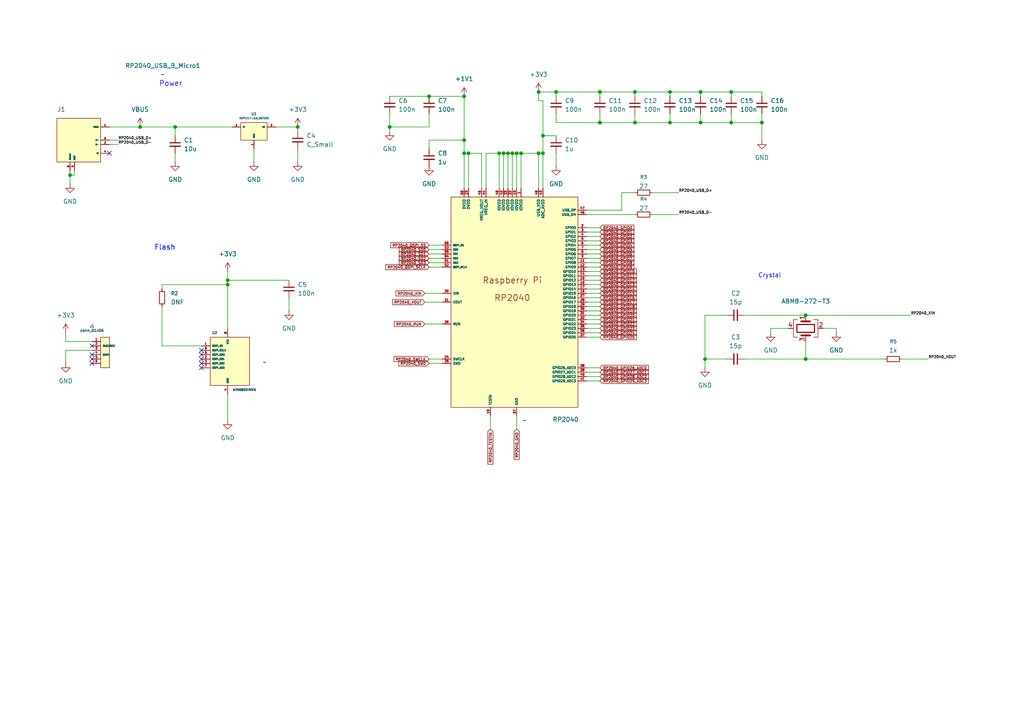
<source format=kicad_sch>
(kicad_sch (version 20250114) (generator "eeschema") (generator_version "9.0")
  (paper "A4")
  (title_block (title "RP2040 TO DEBUG PROBE") (rev "1.0") (company "(c) 2025 Júlia Azevedo") (comment 1 "Designed for Printed Circuits course"))
  (lib_symbols
    (symbol "Device:C_Small" (pin_numbers (hide yes)) (pin_names (offset 0.254) (hide yes))
      (property "Reference" "C" (at 0.254 1.778 0))
      (property "Value" "C_Small" (at 0.254 -2.032 0))
      (symbol "C_Small_0_1"
        (polyline (pts (xy -1.524 0.508) (xy 1.524 0.508)) (stroke (width 0.3048)))
        (polyline (pts (xy -1.524 -0.508) (xy 1.524 -0.508)) (stroke (width 0.3302)))
      )
      (symbol "C_Small_1_1"
        (pin passive line (at 0 2.54 270) (length 2.032) (name "~") (number "1"))
        (pin passive line (at 0 -2.54 90) (length 2.032) (name "~") (number "2"))
      )
    )
    (symbol "Device:Crystal_GND24" (pin_names (offset 1.016) (hide yes))
      (property "Reference" "Y" (at 3.175 5.08 0))
      (property "Value" "Crystal_GND24" (at 3.175 3.175 0))
      (symbol "Crystal_GND24_0_1"
        (polyline (pts (xy -2.54 2.286) (xy -2.54 3.556) (xy 2.54 3.556) (xy 2.54 2.286)))
        (polyline (pts (xy -2.54 0) (xy -2.032 0)))
        (polyline (pts (xy -2.54 -2.286) (xy -2.54 -3.556) (xy 2.54 -3.556) (xy 2.54 -2.286)))
        (polyline (pts (xy -2.032 -1.27) (xy -2.032 1.27)) (stroke (width 0.508)))
        (rectangle (start -1.143 2.54) (end 1.143 -2.54) (stroke (width 0.3048)))
        (polyline (pts (xy 0 3.556) (xy 0 3.81)))
        (polyline (pts (xy 0 -3.81) (xy 0 -3.556)))
        (polyline (pts (xy 2.032 0) (xy 2.54 0)))
        (polyline (pts (xy 2.032 -1.27) (xy 2.032 1.27)) (stroke (width 0.508)))
      )
      (symbol "Crystal_GND24_1_1"
        (pin passive line (at -3.81 0 0) (length 1.27) (name "1") (number "1"))
        (pin passive line (at 0 5.08 270) (length 1.27) (name "2") (number "2"))
        (pin passive line (at 0 -5.08 90) (length 1.27) (name "4") (number "4"))
        (pin passive line (at 3.81 0 180) (length 1.27) (name "3") (number "3"))
      )
    )
    (symbol "Device:R_Small" (pin_numbers (hide yes)) (pin_names (offset 0.254) (hide yes))
      (property "Reference" "R" (at 0 0 90))
      (property "Value" "R_Small" (at 1.778 0 90))
      (symbol "R_Small_0_1"
        (rectangle (start -0.762 1.778) (end 0.762 -1.778) (stroke (width 0.2032)))
      )
      (symbol "R_Small_1_1"
        (pin passive line (at 0 2.54 270) (length 0.762) (name "~") (number "1"))
        (pin passive line (at 0 -2.54 90) (length 0.762) (name "~") (number "2"))
      )
    )
    (symbol "PROBE-SYMBOL-LIB:RP2040"
      (property "Reference" "RP2040" (at 10.16 -44.45 0))
      (symbol "RP2040_0_1"
        (rectangle (start -5.08 15.24) (end -5.08 15.24))
        (rectangle (start -5.08 15.24) (end -5.08 15.24))
      )
      (symbol "RP2040_1_1"
        (rectangle (start -15.24 39.37) (end 21.59 -21.59) (stroke (width 0) (color 132 0 0 1)) (fill (type background)))
        (text "Raspberry Pi\n" (at 2.54 15.24 0) (effects (font (size 1.778 1.778) (thickness 0.1588))))
        (text "RP2040" (at 2.54 10.16 0) (effects (font (size 1.778 1.778))))
        (pin bidirectional line (at -17.78 25.4 0) (length 2.54) (name "QSPI_SS") (number "56"))
        (pin bidirectional line (at -17.78 24.13 0) (length 2.54) (name "SD0") (number "53"))
        (pin bidirectional line (at -17.78 22.86 0) (length 2.54) (name "SD1") (number "55"))
        (pin bidirectional line (at -17.78 21.59 0) (length 2.54) (name "SD2") (number "54"))
        (pin bidirectional line (at -17.78 20.32 0) (length 2.54) (name "SD3") (number "51"))
        (pin bidirectional line (at -17.78 19.05 0) (length 2.54) (name "QSPI_SCLK") (number "52"))
        (pin bidirectional line (at -17.78 11.43 0) (length 2.54) (name "XIN") (number "20"))
        (pin bidirectional line (at -17.78 8.89 0) (length 2.54) (name "XOUT") (number "21"))
        (pin bidirectional line (at -17.78 2.54 0) (length 2.54) (name "RUN") (number "26"))
        (pin bidirectional line (at -17.78 -7.62 0) (length 2.54) (name "SWCLK") (number "24"))
        (pin bidirectional line (at -17.78 -8.89 0) (length 2.54) (name "SWD") (number "25"))
        (pin bidirectional line (at -11.43 41.91 270) (length 2.54) (name "DVDD") (number "50"))
        (pin bidirectional line (at -10.16 41.91 270) (length 2.54) (name "DVDD") (number "23"))
        (pin bidirectional line (at -6.35 41.91 270) (length 2.54) (name "VREG_VOUT") (number "45"))
        (pin bidirectional line (at -5.08 41.91 270) (length 2.54) (name "VREG_IN") (number "44"))
        (pin bidirectional line (at -3.81 -24.13 90) (length 2.54) (name "TESTN") (number "19"))
        (pin bidirectional line (at -1.27 41.91 270) (length 2.54) (name "IOVDD") (number "49"))
        (pin bidirectional line (at 0 41.91 270) (length 2.54) (name "IOVDD") (number "42"))
        (pin bidirectional line (at 1.27 41.91 270) (length 2.54) (name "IOVDD") (number "33"))
        (pin bidirectional line (at 2.54 41.91 270) (length 2.54) (name "IOVDD") (number "22"))
        (pin bidirectional line (at 3.81 41.91 270) (length 2.54) (name "IOVDD") (number "10"))
        (pin bidirectional line (at 3.81 -24.13 90) (length 2.54) (name "GND") (number "57"))
        (pin bidirectional line (at 5.08 41.91 270) (length 2.54) (name "IOVDD") (number "1"))
        (pin bidirectional line (at 10.16 41.91 270) (length 2.54) (name "USB_VDD") (number "48"))
        (pin bidirectional line (at 11.43 41.91 270) (length 2.54) (name "ADC_AVDD") (number "43"))
        (pin bidirectional line (at 24.13 35.56 180) (length 2.54) (name "USB_DP") (number "47"))
        (pin bidirectional line (at 24.13 34.29 180) (length 2.54) (name "USB_DM") (number "46"))
        (pin bidirectional line (at 24.13 30.48 180) (length 2.54) (name "GPIO0") (number "2"))
        (pin bidirectional line (at 24.13 29.21 180) (length 2.54) (name "GPIO1") (number "3"))
        (pin bidirectional line (at 24.13 27.94 180) (length 2.54) (name "GPIO2") (number "4"))
        (pin bidirectional line (at 24.13 26.67 180) (length 2.54) (name "GPIO3") (number "5"))
        (pin bidirectional line (at 24.13 25.4 180) (length 2.54) (name "GPIO4") (number "6"))
        (pin bidirectional line (at 24.13 24.13 180) (length 2.54) (name "GPIO5") (number "7"))
        (pin bidirectional line (at 24.13 22.86 180) (length 2.54) (name "GPIO6") (number "8"))
        (pin bidirectional line (at 24.13 21.59 180) (length 2.54) (name "GPIO7") (number "9"))
        (pin bidirectional line (at 24.13 20.32 180) (length 2.54) (name "GPIO8") (number "11"))
        (pin bidirectional line (at 24.13 19.05 180) (length 2.54) (name "GPIO9") (number "12"))
        (pin bidirectional line (at 24.13 17.78 180) (length 2.54) (name "GPIO10") (number "13"))
        (pin bidirectional line (at 24.13 16.51 180) (length 2.54) (name "GPIO11") (number "14"))
        (pin bidirectional line (at 24.13 15.24 180) (length 2.54) (name "GPIO12") (number "15"))
        (pin bidirectional line (at 24.13 13.97 180) (length 2.54) (name "GPIO13") (number "16"))
        (pin bidirectional line (at 24.13 12.7 180) (length 2.54) (name "GPIO14") (number "17"))
        (pin bidirectional line (at 24.13 11.43 180) (length 2.54) (name "GPIO15") (number "16"))
        (pin bidirectional line (at 24.13 10.16 180) (length 2.54) (name "GPIO16") (number "27"))
        (pin bidirectional line (at 24.13 8.89 180) (length 2.54) (name "GPIO17") (number "28"))
        (pin bidirectional line (at 24.13 7.62 180) (length 2.54) (name "GPIO18") (number "29"))
        (pin bidirectional line (at 24.13 6.35 180) (length 2.54) (name "GPIO19") (number "30"))
        (pin bidirectional line (at 24.13 5.08 180) (length 2.54) (name "GPIO20") (number "31"))
        (pin bidirectional line (at 24.13 3.81 180) (length 2.54) (name "GPIO21") (number "32"))
        (pin bidirectional line (at 24.13 2.54 180) (length 2.54) (name "GPIO22") (number "34"))
        (pin bidirectional line (at 24.13 1.27 180) (length 2.54) (name "GPIO23") (number "35"))
        (pin bidirectional line (at 24.13 0 180) (length 2.54) (name "GPIO24") (number "36"))
        (pin bidirectional line (at 24.13 -1.27 180) (length 2.54) (name "GPIO25") (number "37"))
        (pin bidirectional line (at 24.13 -10.16 180) (length 2.54) (name "GPIO26_ADC0") (number "38"))
        (pin bidirectional line (at 24.13 -11.43 180) (length 2.54) (name "GPIO27_ADC1") (number "39"))
        (pin bidirectional line (at 24.13 -12.7 180) (length 2.54) (name "GPIO28_ADC2") (number "40"))
        (pin bidirectional line (at 24.13 -13.97 180) (length 2.54) (name "GPIO29_ADC3") (number "41"))
      )
    )
    (symbol "PROBE-SYMBOL-LIB:RP2040_Flash_MEM"
      (property "Reference" "Flash" (at -21.59 24.13 0))
      (symbol "RP2040_Flash_MEM_1_1"
        (rectangle (start -15.24 13.97) (end -12.7 5.08) (fill (type background)))
        (rectangle (start 16.51 13.97) (end 27.94 0) (fill (type background)))
        (text "J1\nconn_01x06" (at -17.78 16.51 0) (effects (font (size 0.762 0.762))))
        (text "U2" (at 17.78 15.24 0) (effects (font (size 0.7 0.7))))
        (text "W25Q80DVSSIG " (at 26.67 -1.27 0) (effects (font (size 0.6 0.6))))
        (pin bidirectional line (at -17.78 12.7 0) (length 2.54) (name "") (number "1"))
        (pin bidirectional line (at -17.78 11.43 0) (length 2.54) (name "SWCLOCK") (number "2"))
        (pin bidirectional line (at -17.78 10.16 0) (length 2.54) (name "") (number "3"))
        (pin bidirectional line (at -17.78 8.89 0) (length 2.54) (name "SWIO") (number "4"))
        (pin bidirectional line (at -17.78 7.62 0) (length 2.54) (name "") (number "5"))
        (pin bidirectional line (at -17.78 6.35 0) (length 2.54) (name "") (number "6"))
        (pin bidirectional line (at 13.97 11.43 0) (length 2.54) (name "QSPI_SS") (number "1"))
        (pin bidirectional line (at 13.97 10.16 0) (length 2.54) (name "QSPI_SCLK") (number "6"))
        (pin bidirectional line (at 13.97 8.89 0) (length 2.54) (name "QSPI_SDO") (number "5"))
        (pin bidirectional line (at 13.97 7.62 0) (length 2.54) (name "QSPI_SD1") (number "2"))
        (pin bidirectional line (at 13.97 6.35 0) (length 2.54) (name "QSPI_SD2") (number "3"))
        (pin bidirectional line (at 13.97 5.08 0) (length 2.54) (name "QSPI_SD3") (number "7"))
        (pin bidirectional line (at 21.59 16.51 270) (length 2.54) (name "VCC") (number "8"))
        (pin bidirectional line (at 21.59 -2.54 90) (length 2.54) (name "GND") (number "4"))
      )
    )
    (symbol "PROBE-SYMBOL-LIB:RP2040_Input_Supply"
      (property "Reference" "RP2040_USB_B_Micro" (at 11.43 11.43 0))
      (symbol "RP2040_Input_Supply_1_1"
        (rectangle (start -6.35 27.94) (end 6.35 15.24) (fill (type background)))
        (rectangle (start 46.99 26.67) (end 54.61 21.59) (fill (type background)))
        (text "J1" (at -5.08 30.48 0) (effects (font (size 1.27 1.27))))
        (text "Power\n" (at 26.67 38.1 0) (effects (font (size 1.5 1.5))))
        (text "U1" (at 50.8 29.21 0) (effects (font (size 0.75 0.75))))
        (text "NCP1117-3.3_SOT223" (at 50.8 27.94 0) (effects (font (size 0.5 0.5))))
        (pin bidirectional line (at -2.54 12.7 90) (length 2.54) (name "Shield") (number "6"))
        (pin bidirectional line (at -1.27 12.7 90) (length 2.54) (name "GND") (number "5"))
        (pin bidirectional line (at 8.89 25.4 180) (length 2.54) (name "VBUS") (number "1"))
        (pin bidirectional line (at 8.89 21.59 180) (length 2.54) (name "D+") (number "3"))
        (pin bidirectional line (at 8.89 20.32 180) (length 2.54) (name "D-") (number "2"))
        (pin bidirectional line (at 8.89 17.78 180) (length 2.54) (name "ID") (number "4"))
        (pin bidirectional line (at 44.45 25.4 0) (length 2.54) (name "VI") (number "3"))
        (pin bidirectional line (at 50.8 19.05 90) (length 2.54) (name "GND") (number "1"))
        (pin bidirectional line (at 57.15 25.4 180) (length 2.54) (name "VO") (number "2"))
      )
    )
    (symbol "power:+1V1" (power) (pin_numbers (hide yes)) (pin_names (offset 0) (hide yes))
      (property "Value" "+1V1" (at 0 3.556 0))
      (symbol "+1V1_0_1"
        (polyline (pts (xy -0.762 1.27) (xy 0 2.54)))
        (polyline (pts (xy 0 2.54) (xy 0.762 1.27)))
        (polyline (pts (xy 0 0) (xy 0 2.54)))
      )
      (symbol "+1V1_1_1"
        (pin power_in line (at 0 0 90) (length 0) (name "~") (number "1"))
      )
    )
    (symbol "power:+3V3" (power) (pin_numbers (hide yes)) (pin_names (offset 0) (hide yes))
      (property "Value" "+3V3" (at 0 3.556 0))
      (symbol "+3V3_0_1"
        (polyline (pts (xy -0.762 1.27) (xy 0 2.54)))
        (polyline (pts (xy 0 2.54) (xy 0.762 1.27)))
        (polyline (pts (xy 0 0) (xy 0 2.54)))
      )
      (symbol "+3V3_1_1"
        (pin power_in line (at 0 0 90) (length 0) (name "~") (number "1"))
      )
    )
    (symbol "power:GND" (power) (pin_numbers (hide yes)) (pin_names (offset 0) (hide yes))
      (property "Value" "GND" (at 0 -3.81 0))
      (symbol "GND_0_1"
        (polyline (pts (xy 0 0) (xy 0 -1.27) (xy 1.27 -1.27) (xy 0 -2.54) (xy -1.27 -1.27) (xy 0 -1.27)))
      )
      (symbol "GND_1_1"
        (pin power_in line (at 0 0 270) (length 0) (name "~") (number "1"))
      )
    )
    (symbol "power:VBUS" (power) (pin_numbers (hide yes)) (pin_names (offset 0) (hide yes))
      (property "Value" "VBUS" (at 0 3.556 0))
      (symbol "VBUS_0_1"
        (polyline (pts (xy -0.762 1.27) (xy 0 2.54)))
        (polyline (pts (xy 0 2.54) (xy 0.762 1.27)))
        (polyline (pts (xy 0 0) (xy 0 2.54)))
      )
      (symbol "VBUS_1_1"
        (pin power_in line (at 0 0 90) (length 0) (name "~") (number "1"))
      )
    )
  )
  (text "Crystal" (at 223.266 80.01 0) (effects (font (size 1.27 1.27))))
  (junction (at 233.68 91.44))
  (junction (at 203.2 26.67))
  (junction (at 66.04 82.55))
  (junction (at 86.36 36.83))
  (junction (at 233.68 104.14))
  (junction (at 156.21 26.67))
  (junction (at 212.09 35.56))
  (junction (at 147.32 44.45))
  (junction (at 173.99 35.56))
  (junction (at 151.13 44.45))
  (junction (at 194.31 26.67))
  (junction (at 124.46 27.94))
  (junction (at 156.21 44.45))
  (junction (at 144.78 44.45))
  (junction (at 194.31 35.56))
  (junction (at 184.15 35.56))
  (junction (at 135.89 44.45))
  (junction (at 149.86 44.45))
  (junction (at 184.15 26.67))
  (junction (at 113.03 36.83))
  (junction (at 157.48 39.37))
  (junction (at 173.99 26.67))
  (junction (at 66.04 81.28))
  (junction (at 134.62 27.94))
  (junction (at 220.98 35.56))
  (junction (at 20.32 50.8))
  (junction (at 157.48 44.45))
  (junction (at 148.59 44.45))
  (junction (at 203.2 35.56))
  (junction (at 134.62 40.64))
  (junction (at 146.05 44.45))
  (junction (at 212.09 26.67))
  (junction (at 134.62 44.45))
  (junction (at 40.64 36.83))
  (junction (at 161.29 26.67))
  (junction (at 204.47 104.14))
  (junction (at 50.8 36.83))
  (no_connect (at 26.67 102.87))
  (no_connect (at 58.42 106.68))
  (no_connect (at 58.42 101.6))
  (no_connect (at 58.42 105.41))
  (no_connect (at 26.67 100.33))
  (no_connect (at 31.75 44.45))
  (no_connect (at 58.42 104.14))
  (no_connect (at 26.67 104.14))
  (no_connect (at 58.42 102.87))
  (no_connect (at 26.67 105.41))
  (wire (pts (xy 50.8 36.83) (xy 67.31 36.83)))
  (wire (pts (xy 66.04 78.74) (xy 66.04 81.28)))
  (wire (pts (xy 170.18 71.12) (xy 173.99 71.12)))
  (wire (pts (xy 180.34 55.88) (xy 184.15 55.88)))
  (wire (pts (xy 184.15 26.67) (xy 194.31 26.67)))
  (wire (pts (xy 156.21 26.67) (xy 161.29 26.67)))
  (wire (pts (xy 124.46 36.83) (xy 113.03 36.83)))
  (wire (pts (xy 156.21 44.45) (xy 157.48 44.45)))
  (wire (pts (xy 233.68 99.06) (xy 233.68 104.14)))
  (wire (pts (xy 80.01 36.83) (xy 86.36 36.83)))
  (wire (pts (xy 149.86 120.65) (xy 149.86 124.46)))
  (wire (pts (xy 86.36 36.83) (xy 86.36 38.1)))
  (wire (pts (xy 228.6 95.25) (xy 223.52 95.25)))
  (wire (pts (xy 170.18 83.82) (xy 173.99 83.82)))
  (wire (pts (xy 46.99 100.33) (xy 58.42 100.33)))
  (wire (pts (xy 170.18 69.85) (xy 173.99 69.85)))
  (wire (pts (xy 170.18 66.04) (xy 173.99 66.04)))
  (wire (pts (xy 20.32 50.8) (xy 20.32 53.34)))
  (wire (pts (xy 170.18 88.9) (xy 173.99 88.9)))
  (wire (pts (xy 170.18 107.95) (xy 173.99 107.95)))
  (wire (pts (xy 157.48 29.21) (xy 157.48 39.37)))
  (wire (pts (xy 140.97 44.45) (xy 144.78 44.45)))
  (wire (pts (xy 26.67 101.6) (xy 19.05 101.6)))
  (wire (pts (xy 184.15 26.67) (xy 184.15 27.94)))
  (wire (pts (xy 161.29 35.56) (xy 173.99 35.56)))
  (wire (pts (xy 151.13 44.45) (xy 151.13 54.61)))
  (wire (pts (xy 261.62 104.14) (xy 269.24 104.14)))
  (wire (pts (xy 170.18 93.98) (xy 173.99 93.98)))
  (wire (pts (xy 194.31 35.56) (xy 203.2 35.56)))
  (wire (pts (xy 144.78 44.45) (xy 146.05 44.45)))
  (wire (pts (xy 124.46 43.18) (xy 124.46 40.64)))
  (wire (pts (xy 194.31 26.67) (xy 203.2 26.67)))
  (wire (pts (xy 170.18 82.55) (xy 173.99 82.55)))
  (wire (pts (xy 113.03 27.94) (xy 124.46 27.94)))
  (wire (pts (xy 123.19 87.63) (xy 128.27 87.63)))
  (wire (pts (xy 161.29 26.67) (xy 161.29 27.94)))
  (wire (pts (xy 170.18 91.44) (xy 173.99 91.44)))
  (wire (pts (xy 212.09 26.67) (xy 220.98 26.67)))
  (wire (pts (xy 215.9 104.14) (xy 233.68 104.14)))
  (wire (pts (xy 46.99 82.55) (xy 66.04 82.55)))
  (wire (pts (xy 212.09 26.67) (xy 212.09 27.94)))
  (wire (pts (xy 220.98 35.56) (xy 220.98 40.64)))
  (wire (pts (xy 124.46 71.12) (xy 128.27 71.12)))
  (wire (pts (xy 170.18 97.79) (xy 173.99 97.79)))
  (wire (pts (xy 86.36 43.18) (xy 86.36 46.99)))
  (wire (pts (xy 19.05 101.6) (xy 19.05 105.41)))
  (wire (pts (xy 184.15 33.02) (xy 184.15 35.56)))
  (wire (pts (xy 170.18 96.52) (xy 173.99 96.52)))
  (wire (pts (xy 31.75 41.91) (xy 34.29 41.91)))
  (wire (pts (xy 204.47 104.14) (xy 204.47 91.44)))
  (wire (pts (xy 180.34 60.96) (xy 180.34 55.88)))
  (wire (pts (xy 173.99 33.02) (xy 173.99 35.56)))
  (wire (pts (xy 215.9 91.44) (xy 233.68 91.44)))
  (wire (pts (xy 124.46 74.93) (xy 128.27 74.93)))
  (wire (pts (xy 135.89 54.61) (xy 135.89 44.45)))
  (wire (pts (xy 170.18 62.23) (xy 184.15 62.23)))
  (wire (pts (xy 170.18 92.71) (xy 173.99 92.71)))
  (wire (pts (xy 124.46 72.39) (xy 128.27 72.39)))
  (wire (pts (xy 124.46 104.14) (xy 128.27 104.14)))
  (wire (pts (xy 66.04 81.28) (xy 66.04 82.55)))
  (wire (pts (xy 148.59 44.45) (xy 149.86 44.45)))
  (wire (pts (xy 124.46 76.2) (xy 128.27 76.2)))
  (wire (pts (xy 223.52 95.25) (xy 223.52 96.52)))
  (wire (pts (xy 66.04 114.3) (xy 66.04 121.92)))
  (wire (pts (xy 170.18 81.28) (xy 173.99 81.28)))
  (wire (pts (xy 161.29 26.67) (xy 173.99 26.67)))
  (wire (pts (xy 46.99 83.82) (xy 46.99 82.55)))
  (wire (pts (xy 203.2 26.67) (xy 203.2 27.94)))
  (wire (pts (xy 170.18 67.31) (xy 173.99 67.31)))
  (wire (pts (xy 194.31 33.02) (xy 194.31 35.56)))
  (wire (pts (xy 157.48 39.37) (xy 157.48 44.45)))
  (wire (pts (xy 161.29 44.45) (xy 161.29 48.26)))
  (wire (pts (xy 184.15 35.56) (xy 194.31 35.56)))
  (wire (pts (xy 170.18 90.17) (xy 173.99 90.17)))
  (wire (pts (xy 83.82 86.36) (xy 83.82 90.17)))
  (wire (pts (xy 151.13 44.45) (xy 156.21 44.45)))
  (wire (pts (xy 212.09 33.02) (xy 212.09 35.56)))
  (wire (pts (xy 149.86 44.45) (xy 151.13 44.45)))
  (wire (pts (xy 123.19 85.09) (xy 128.27 85.09)))
  (wire (pts (xy 156.21 29.21) (xy 157.48 29.21)))
  (wire (pts (xy 157.48 39.37) (xy 161.29 39.37)))
  (wire (pts (xy 124.46 105.41) (xy 128.27 105.41)))
  (wire (pts (xy 50.8 39.37) (xy 50.8 36.83)))
  (wire (pts (xy 238.76 95.25) (xy 242.57 95.25)))
  (wire (pts (xy 140.97 54.61) (xy 140.97 44.45)))
  (wire (pts (xy 233.68 104.14) (xy 256.54 104.14)))
  (wire (pts (xy 66.04 82.55) (xy 66.04 95.25)))
  (wire (pts (xy 124.46 40.64) (xy 134.62 40.64)))
  (wire (pts (xy 170.18 106.68) (xy 173.99 106.68)))
  (wire (pts (xy 220.98 26.67) (xy 220.98 27.94)))
  (wire (pts (xy 173.99 35.56) (xy 184.15 35.56)))
  (wire (pts (xy 124.46 73.66) (xy 128.27 73.66)))
  (wire (pts (xy 170.18 80.01) (xy 173.99 80.01)))
  (wire (pts (xy 220.98 33.02) (xy 220.98 35.56)))
  (wire (pts (xy 170.18 72.39) (xy 173.99 72.39)))
  (wire (pts (xy 134.62 27.94) (xy 134.62 40.64)))
  (wire (pts (xy 170.18 85.09) (xy 173.99 85.09)))
  (wire (pts (xy 144.78 44.45) (xy 144.78 54.61)))
  (wire (pts (xy 204.47 106.68) (xy 204.47 104.14)))
  (wire (pts (xy 50.8 44.45) (xy 50.8 46.99)))
  (wire (pts (xy 170.18 86.36) (xy 173.99 86.36)))
  (wire (pts (xy 113.03 33.02) (xy 113.03 36.83)))
  (wire (pts (xy 134.62 44.45) (xy 134.62 54.61)))
  (wire (pts (xy 203.2 33.02) (xy 203.2 35.56)))
  (wire (pts (xy 242.57 95.25) (xy 242.57 96.52)))
  (wire (pts (xy 66.04 81.28) (xy 83.82 81.28)))
  (wire (pts (xy 156.21 26.67) (xy 156.21 29.21)))
  (wire (pts (xy 146.05 44.45) (xy 146.05 54.61)))
  (wire (pts (xy 31.75 36.83) (xy 40.64 36.83)))
  (wire (pts (xy 149.86 44.45) (xy 149.86 54.61)))
  (wire (pts (xy 170.18 95.25) (xy 173.99 95.25)))
  (wire (pts (xy 233.68 91.44) (xy 264.16 91.44)))
  (wire (pts (xy 124.46 77.47) (xy 128.27 77.47)))
  (wire (pts (xy 21.59 49.53) (xy 21.59 50.8)))
  (wire (pts (xy 40.64 36.83) (xy 50.8 36.83)))
  (wire (pts (xy 146.05 44.45) (xy 147.32 44.45)))
  (wire (pts (xy 73.66 43.18) (xy 73.66 46.99)))
  (wire (pts (xy 161.29 33.02) (xy 161.29 35.56)))
  (wire (pts (xy 134.62 40.64) (xy 134.62 44.45)))
  (wire (pts (xy 170.18 74.93) (xy 173.99 74.93)))
  (wire (pts (xy 147.32 44.45) (xy 147.32 54.61)))
  (wire (pts (xy 170.18 87.63) (xy 173.99 87.63)))
  (wire (pts (xy 139.7 54.61) (xy 139.7 44.45)))
  (wire (pts (xy 21.59 50.8) (xy 20.32 50.8)))
  (wire (pts (xy 26.67 99.06) (xy 19.05 99.06)))
  (wire (pts (xy 31.75 40.64) (xy 34.29 40.64)))
  (wire (pts (xy 194.31 26.67) (xy 194.31 27.94)))
  (wire (pts (xy 189.23 55.88) (xy 196.85 55.88)))
  (wire (pts (xy 124.46 27.94) (xy 134.62 27.94)))
  (wire (pts (xy 147.32 44.45) (xy 148.59 44.45)))
  (wire (pts (xy 19.05 99.06) (xy 19.05 96.52)))
  (wire (pts (xy 204.47 104.14) (xy 210.82 104.14)))
  (wire (pts (xy 124.46 33.02) (xy 124.46 36.83)))
  (wire (pts (xy 170.18 110.49) (xy 173.99 110.49)))
  (wire (pts (xy 170.18 60.96) (xy 180.34 60.96)))
  (wire (pts (xy 134.62 44.45) (xy 135.89 44.45)))
  (wire (pts (xy 170.18 78.74) (xy 173.99 78.74)))
  (wire (pts (xy 189.23 62.23) (xy 196.85 62.23)))
  (wire (pts (xy 170.18 68.58) (xy 173.99 68.58)))
  (wire (pts (xy 170.18 76.2) (xy 173.99 76.2)))
  (wire (pts (xy 170.18 73.66) (xy 173.99 73.66)))
  (wire (pts (xy 173.99 26.67) (xy 173.99 27.94)))
  (wire (pts (xy 20.32 49.53) (xy 20.32 50.8)))
  (wire (pts (xy 170.18 109.22) (xy 173.99 109.22)))
  (wire (pts (xy 203.2 26.67) (xy 212.09 26.67)))
  (wire (pts (xy 142.24 120.65) (xy 142.24 124.46)))
  (wire (pts (xy 46.99 88.9) (xy 46.99 100.33)))
  (wire (pts (xy 156.21 44.45) (xy 156.21 54.61)))
  (wire (pts (xy 204.47 91.44) (xy 210.82 91.44)))
  (wire (pts (xy 203.2 35.56) (xy 212.09 35.56)))
  (wire (pts (xy 113.03 36.83) (xy 113.03 38.1)))
  (wire (pts (xy 123.19 93.98) (xy 128.27 93.98)))
  (wire (pts (xy 148.59 44.45) (xy 148.59 54.61)))
  (wire (pts (xy 170.18 77.47) (xy 173.99 77.47)))
  (wire (pts (xy 135.89 44.45) (xy 139.7 44.45)))
  (wire (pts (xy 157.48 44.45) (xy 157.48 54.61)))
  (wire (pts (xy 173.99 26.67) (xy 184.15 26.67)))
  (wire (pts (xy 212.09 35.56) (xy 220.98 35.56)))
  (label "RP2040_USB_D-" (at 34.29 41.91 0) (effects (font (size 0.762 0.762))))
  (label "RP2040_USB_D+" (at 34.29 40.64 0) (effects (font (size 0.762 0.762))))
  (label "RP2040_USB_D+" (at 196.85 55.88 0) (effects (font (size 0.762 0.762))))
  (label "RP2040_XOUT" (at 269.24 104.14 0) (effects (font (size 0.762 0.762))))
  (label "RP2040_XIN" (at 264.16 91.44 0) (effects (font (size 0.762 0.762))))
  (label "RP2040_USB_D-" (at 196.85 62.23 0) (effects (font (size 0.762 0.762))))
  (global_label "RP2040_GPIO3" (shape input) (at 173.99 69.85 0) (effects (font (size 0.762 0.762))) (property "Intersheetrefs" "${INTERSHEET_REFS}" (effects (hide yes))))
  (global_label "RP2040_SWD" (shape input) (at 124.46 105.41 180) (effects (font (size 0.762 0.762))) (property "Intersheetrefs" "${INTERSHEET_REFS}" (effects (hide yes))))
  (global_label "RP2040_GPIO6" (shape input) (at 173.99 73.66 0) (effects (font (size 0.762 0.762))) (property "Intersheetrefs" "${INTERSHEET_REFS}" (effects (hide yes))))
  (global_label "RP2040_GPIO19" (shape input) (at 173.99 90.17 0) (effects (font (size 0.762 0.762))) (property "Intersheetrefs" "${INTERSHEET_REFS}" (effects (hide yes))))
  (global_label "RP2040_GPIO7" (shape input) (at 173.99 74.93 0) (effects (font (size 0.762 0.762))) (property "Intersheetrefs" "${INTERSHEET_REFS}" (effects (hide yes))))
  (global_label "RP2040_QSPI_SCLK" (shape input) (at 124.46 77.47 180) (effects (font (size 0.762 0.762))) (property "Intersheetrefs" "${INTERSHEET_REFS}" (effects (hide yes))))
  (global_label "RP2040_GPIO15" (shape input) (at 173.99 85.09 0) (effects (font (size 0.762 0.762))) (property "Intersheetrefs" "${INTERSHEET_REFS}" (effects (hide yes))))
  (global_label "RP2040_GPIO25" (shape input) (at 173.99 97.79 0) (effects (font (size 0.762 0.762))) (property "Intersheetrefs" "${INTERSHEET_REFS}" (effects (hide yes))))
  (global_label "RP2040_GPIO4" (shape input) (at 173.99 71.12 0) (effects (font (size 0.762 0.762))) (property "Intersheetrefs" "${INTERSHEET_REFS}" (effects (hide yes))))
  (global_label "RP2040_GND" (shape input) (at 149.86 124.46 270) (effects (font (size 0.762 0.762))) (property "Intersheetrefs" "${INTERSHEET_REFS}" (effects (hide yes))))
  (global_label "RP2040_SD0" (shape input) (at 124.46 72.39 180) (effects (font (size 0.762 0.762))) (property "Intersheetrefs" "${INTERSHEET_REFS}" (effects (hide yes))))
  (global_label "RP2040_GPIO22" (shape input) (at 173.99 93.98 0) (effects (font (size 0.762 0.762))) (property "Intersheetrefs" "${INTERSHEET_REFS}" (effects (hide yes))))
  (global_label "RP2040_GPIO12" (shape input) (at 173.99 81.28 0) (effects (font (size 0.762 0.762))) (property "Intersheetrefs" "${INTERSHEET_REFS}" (effects (hide yes))))
  (global_label "RP2040_GPIO1" (shape input) (at 173.99 67.31 0) (effects (font (size 0.762 0.762))) (property "Intersheetrefs" "${INTERSHEET_REFS}" (effects (hide yes))))
  (global_label "RP2040_QSPI_SS" (shape input) (at 124.46 71.12 180) (effects (font (size 0.762 0.762))) (property "Intersheetrefs" "${INTERSHEET_REFS}" (effects (hide yes))))
  (global_label "RP2040_GPIO14" (shape input) (at 173.99 83.82 0) (effects (font (size 0.762 0.762))) (property "Intersheetrefs" "${INTERSHEET_REFS}" (effects (hide yes))))
  (global_label "RP2040_GPIO18" (shape input) (at 173.99 88.9 0) (effects (font (size 0.762 0.762))) (property "Intersheetrefs" "${INTERSHEET_REFS}" (effects (hide yes))))
  (global_label "RP2040_SD1" (shape input) (at 124.46 73.66 180) (effects (font (size 0.762 0.762))) (property "Intersheetrefs" "${INTERSHEET_REFS}" (effects (hide yes))))
  (global_label "RP2040_GPIO28_ADC2" (shape input) (at 173.99 109.22 0) (effects (font (size 0.762 0.762))) (property "Intersheetrefs" "${INTERSHEET_REFS}" (effects (hide yes))))
  (global_label "RP2040_GPIO9" (shape input) (at 173.99 77.47 0) (effects (font (size 0.762 0.762))) (property "Intersheetrefs" "${INTERSHEET_REFS}" (effects (hide yes))))
  (global_label "RP2040_GPIO13" (shape input) (at 173.99 82.55 0) (effects (font (size 0.762 0.762))) (property "Intersheetrefs" "${INTERSHEET_REFS}" (effects (hide yes))))
  (global_label "RP2040_GPIO20" (shape input) (at 173.99 91.44 0) (effects (font (size 0.762 0.762))) (property "Intersheetrefs" "${INTERSHEET_REFS}" (effects (hide yes))))
  (global_label "RP2040_TESTIN" (shape input) (at 142.24 124.46 270) (effects (font (size 0.762 0.762))) (property "Intersheetrefs" "${INTERSHEET_REFS}" (effects (hide yes))))
  (global_label "RP2040_SWCLK" (shape input) (at 124.46 104.14 180) (effects (font (size 0.762 0.762))) (property "Intersheetrefs" "${INTERSHEET_REFS}" (effects (hide yes))))
  (global_label "RP2040_GPIO2" (shape input) (at 173.99 68.58 0) (effects (font (size 0.762 0.762))) (property "Intersheetrefs" "${INTERSHEET_REFS}" (effects (hide yes))))
  (global_label "RP2040_GPIO29_ADC3" (shape input) (at 173.99 110.49 0) (effects (font (size 0.762 0.762))) (property "Intersheetrefs" "${INTERSHEET_REFS}" (effects (hide yes))))
  (global_label "RP2040_GPIO11" (shape input) (at 173.99 80.01 0) (effects (font (size 0.762 0.762))) (property "Intersheetrefs" "${INTERSHEET_REFS}" (effects (hide yes))))
  (global_label "RP2040_SD2" (shape input) (at 124.46 74.93 180) (effects (font (size 0.762 0.762))) (property "Intersheetrefs" "${INTERSHEET_REFS}" (effects (hide yes))))
  (global_label "RP2040_GPIO16" (shape input) (at 173.99 86.36 0) (effects (font (size 0.762 0.762))) (property "Intersheetrefs" "${INTERSHEET_REFS}" (effects (hide yes))))
  (global_label "RP2040_GPIO23" (shape input) (at 173.99 95.25 0) (effects (font (size 0.762 0.762))) (property "Intersheetrefs" "${INTERSHEET_REFS}" (effects (hide yes))))
  (global_label "RP2040_GPIO26_ADC0" (shape input) (at 173.99 106.68 0) (effects (font (size 0.762 0.762))) (property "Intersheetrefs" "${INTERSHEET_REFS}" (effects (hide yes))))
  (global_label "RP2040_GPIO0" (shape input) (at 173.99 66.04 0) (effects (font (size 0.762 0.762))) (property "Intersheetrefs" "${INTERSHEET_REFS}" (effects (hide yes))))
  (global_label "RP2040_XOUT" (shape input) (at 123.19 87.63 180) (effects (font (size 0.762 0.762))) (property "Intersheetrefs" "${INTERSHEET_REFS}" (effects (hide yes))))
  (global_label "RP2040_GPIO5" (shape input) (at 173.99 72.39 0) (effects (font (size 0.762 0.762))) (property "Intersheetrefs" "${INTERSHEET_REFS}" (effects (hide yes))))
  (global_label "RP2040_GPIO24" (shape input) (at 173.99 96.52 0) (effects (font (size 0.762 0.762))) (property "Intersheetrefs" "${INTERSHEET_REFS}" (effects (hide yes))))
  (global_label "RP2040_GPIO27_ADC1" (shape input) (at 173.99 107.95 0) (effects (font (size 0.762 0.762))) (property "Intersheetrefs" "${INTERSHEET_REFS}" (effects (hide yes))))
  (global_label "RP2040_XIN" (shape input) (at 123.19 85.09 180) (effects (font (size 0.762 0.762))) (property "Intersheetrefs" "${INTERSHEET_REFS}" (effects (hide yes))))
  (global_label "RP2040_RUN" (shape input) (at 123.19 93.98 180) (effects (font (size 0.762 0.762))) (property "Intersheetrefs" "${INTERSHEET_REFS}" (effects (hide yes))))
  (global_label "RP2040_GPIO17" (shape input) (at 173.99 87.63 0) (effects (font (size 0.762 0.762))) (property "Intersheetrefs" "${INTERSHEET_REFS}" (effects (hide yes))))
  (global_label "RP2040_GPIO21" (shape input) (at 173.99 92.71 0) (effects (font (size 0.762 0.762))) (property "Intersheetrefs" "${INTERSHEET_REFS}" (effects (hide yes))))
  (global_label "RP2040_GPIO8" (shape input) (at 173.99 76.2 0) (effects (font (size 0.762 0.762))) (property "Intersheetrefs" "${INTERSHEET_REFS}" (effects (hide yes))))
  (global_label "RP2040_GPIO10" (shape input) (at 173.99 78.74 0) (effects (font (size 0.762 0.762))) (property "Intersheetrefs" "${INTERSHEET_REFS}" (effects (hide yes))))
  (global_label "RP2040_SD3" (shape input) (at 124.46 76.2 180) (effects (font (size 0.762 0.762))) (property "Intersheetrefs" "${INTERSHEET_REFS}" (effects (hide yes))))
  (symbol (lib_id "Device:R_Small") (at 186.69 55.88 90) (unit 1)
    (property "Reference" "R3" (at 186.69 50.8 90) (effects (font (size 1.016 1.016)) (justify bottom)))
    (property "Value" "27" (at 186.69 53.34 90) (effects (justify bottom)))
    (property "Description" "Resistor, small symbol" (effects (hide yes)))
  )
  (symbol (lib_id "Device:R_Small") (at 46.99 86.36 180) (unit 1)
    (property "Reference" "R2" (at 49.53 85.0899 0) (effects (font (size 1.016 1.016)) (justify right)))
    (property "Value" "DNF" (at 49.53 87.6299 0) (effects (justify right)))
    (property "Description" "Resistor, small symbol" (effects (hide yes)))
  )
  (symbol (lib_id "power:GND") (at 124.46 48.26 0) (unit 1)
    (property "Reference" "#PWR01" (effects (hide yes)))
    (property "Value" "GND" (at 124.46 53.34 0))
    (property "Description" "Power symbol creates a global label with name \"GND\" , ground" (effects (hide yes)))
  )
  (symbol (lib_id "Device:C_Small") (at 50.8 41.91 0) (unit 1)
    (property "Reference" "C1" (at 53.34 40.6462 0) (effects (justify left)))
    (property "Value" "10u" (at 53.34 43.1862 0) (effects (justify left)))
    (property "Description" "Unpolarized capacitor, small symbol" (effects (hide yes)))
  )
  (symbol (lib_id "power:GND") (at 113.03 38.1 0) (unit 1)
    (property "Reference" "#PWR02" (effects (hide yes)))
    (property "Value" "GND" (at 113.03 43.18 0))
    (property "Description" "Power symbol creates a global label with name \"GND\" , ground" (effects (hide yes)))
  )
  (symbol (lib_id "power:GND") (at 161.29 48.26 0) (unit 1)
    (property "Reference" "#PWR03" (effects (hide yes)))
    (property "Value" "GND" (at 161.29 53.34 0))
    (property "Description" "Power symbol creates a global label with name \"GND\" , ground" (effects (hide yes)))
  )
  (symbol (lib_id "power:GND") (at 66.04 121.92 0) (unit 1)
    (property "Reference" "#PWR018" (effects (hide yes)))
    (property "Value" "GND" (at 66.04 127 0))
    (property "Description" "Power symbol creates a global label with name \"GND\" , ground" (effects (hide yes)))
  )
  (symbol (lib_id "Device:C_Small") (at 124.46 30.48 0) (unit 1)
    (property "Reference" "C7" (at 127 29.2162 0) (effects (justify left)))
    (property "Value" "100n" (at 127 31.7562 0) (effects (justify left)))
    (property "Description" "Unpolarized capacitor, small symbol" (effects (hide yes)))
  )
  (symbol (lib_id "power:+3V3") (at 156.21 26.67 0) (unit 1)
    (property "Reference" "#PWR06" (effects (hide yes)))
    (property "Value" "+3V3" (at 156.21 21.59 0))
    (property "Description" "Power symbol creates a global label with name \"+3V3\"" (effects (hide yes)))
  )
  (symbol (lib_id "power:VBUS") (at 40.64 36.83 0) (unit 1)
    (property "Reference" "#PWR026" (effects (hide yes)))
    (property "Value" "VBUS" (at 40.64 31.75 0))
    (property "Description" "Power symbol creates a global label with name \"VBUS\"" (effects (hide yes)))
  )
  (symbol (lib_id "Device:C_Small") (at 213.36 104.14 270) (unit 1)
    (property "Reference" "C3" (at 213.3536 97.79 90))
    (property "Value" "15p" (at 213.3536 100.33 90))
    (property "Description" "Unpolarized capacitor, small symbol" (effects (hide yes)))
  )
  (symbol (lib_id "power:GND") (at 20.32 53.34 0) (unit 1)
    (property "Reference" "#PWR021" (effects (hide yes)))
    (property "Value" "GND" (at 20.32 58.42 0))
    (property "Description" "Power symbol creates a global label with name \"GND\" , ground" (effects (hide yes)))
  )
  (symbol (lib_id "power:GND") (at 73.66 46.99 0) (unit 1)
    (property "Reference" "#PWR023" (effects (hide yes)))
    (property "Value" "GND" (at 73.66 52.07 0))
    (property "Description" "Power symbol creates a global label with name \"GND\" , ground" (effects (hide yes)))
  )
  (symbol (lib_id "Device:C_Small") (at 194.31 30.48 0) (unit 1)
    (property "Reference" "C13" (at 196.85 29.2162 0) (effects (justify left)))
    (property "Value" "100n" (at 196.85 31.7562 0) (effects (justify left)))
    (property "Description" "Unpolarized capacitor, small symbol" (effects (hide yes)))
  )
  (symbol (lib_id "Device:C_Small") (at 161.29 41.91 0) (unit 1)
    (property "Reference" "C10" (at 163.83 40.6462 0) (effects (justify left)))
    (property "Value" "1u" (at 163.83 43.1862 0) (effects (justify left)))
    (property "Description" "Unpolarized capacitor, small symbol" (effects (hide yes)))
  )
  (symbol (lib_id "Device:C_Small") (at 83.82 83.82 0) (unit 1)
    (property "Reference" "C5" (at 86.36 82.5562 0) (effects (justify left)))
    (property "Value" "100n" (at 86.36 85.0962 0) (effects (justify left)))
    (property "Description" "Unpolarized capacitor, small symbol" (effects (hide yes)))
  )
  (symbol (lib_id "Device:C_Small") (at 113.03 30.48 0) (unit 1)
    (property "Reference" "C6" (at 115.57 29.2162 0) (effects (justify left)))
    (property "Value" "100n" (at 115.57 31.7562 0) (effects (justify left)))
    (property "Description" "Unpolarized capacitor, small symbol" (effects (hide yes)))
  )
  (symbol (lib_id "Device:C_Small") (at 213.36 91.44 90) (unit 1)
    (property "Reference" "C2" (at 213.3663 85.09 90))
    (property "Value" "15p" (at 213.3663 87.63 90))
    (property "Description" "Unpolarized capacitor, small symbol" (effects (hide yes)))
  )
  (symbol (lib_id "Device:C_Small") (at 86.36 40.64 0) (unit 1)
    (property "Reference" "C4" (at 88.9 39.3762 0) (effects (justify left)))
    (property "Value" "C_Small" (at 88.9 41.9162 0) (effects (justify left)))
    (property "Description" "Unpolarized capacitor, small symbol" (effects (hide yes)))
  )
  (symbol (lib_id "Device:Crystal_GND24") (at 233.68 95.25 270) (unit 1)
    (property "Reference" "Y1" (effects (hide yes)))
    (property "Value" "ABM8-272-T3" (at 233.68 87.376 90))
    (property "Description" "Four pin crystal, GND on pins 2 and 4" (effects (hide yes)))
  )
  (symbol (lib_id "power:+3V3") (at 86.36 36.83 0) (unit 1)
    (property "Reference" "#PWR025" (effects (hide yes)))
    (property "Value" "+3V3" (at 86.36 31.75 0))
    (property "Description" "Power symbol creates a global label with name \"+3V3\"" (effects (hide yes)))
  )
  (symbol (lib_id "Device:C_Small") (at 203.2 30.48 0) (unit 1)
    (property "Reference" "C14" (at 205.74 29.2162 0) (effects (justify left)))
    (property "Value" "100n" (at 205.74 31.7562 0) (effects (justify left)))
    (property "Description" "Unpolarized capacitor, small symbol" (effects (hide yes)))
  )
  (symbol (lib_id "Device:C_Small") (at 124.46 45.72 0) (unit 1)
    (property "Reference" "C8" (at 127 44.4562 0) (effects (justify left)))
    (property "Value" "1u" (at 127 46.9962 0) (effects (justify left)))
    (property "Description" "Unpolarized capacitor, small symbol" (effects (hide yes)))
  )
  (symbol (lib_id "power:GND") (at 86.36 46.99 0) (unit 1)
    (property "Reference" "#PWR024" (effects (hide yes)))
    (property "Value" "GND" (at 86.36 52.07 0))
    (property "Description" "Power symbol creates a global label with name \"GND\" , ground" (effects (hide yes)))
  )
  (symbol (lib_id "Device:C_Small") (at 173.99 30.48 0) (unit 1)
    (property "Reference" "C11" (at 176.53 29.2162 0) (effects (justify left)))
    (property "Value" "100n" (at 176.53 31.7562 0) (effects (justify left)))
    (property "Description" "Unpolarized capacitor, small symbol" (effects (hide yes)))
  )
  (symbol (lib_id "power:+3V3") (at 19.05 96.52 0) (unit 1)
    (property "Reference" "#PWR019" (effects (hide yes)))
    (property "Value" "+3V3" (at 19.05 91.44 0))
    (property "Description" "Power symbol creates a global label with name \"+3V3\"" (effects (hide yes)))
  )
  (symbol (lib_id "PROBE-SYMBOL-LIB:RP2040_Flash_MEM") (at 44.45 111.76 0) (unit 1)
    (property "Reference" "Flash" (at 44.704 71.628 0) (effects (font (size 1.5 1.5)) (justify left)))
    (property "Value" "~" (at 76.2 105.0381 0) (effects (justify left)))
  )
  (symbol (lib_id "PROBE-SYMBOL-LIB:RP2040") (at 146.05 96.52 0) (unit 1)
    (property "Reference" "RP2040" (at 160.274 121.666 0) (effects (justify left)))
    (property "Value" "~" (at 151.6016 121.92 0) (effects (justify left)))
  )
  (symbol (lib_id "Device:C_Small") (at 161.29 30.48 0) (unit 1)
    (property "Reference" "C9" (at 163.83 29.2162 0) (effects (justify left)))
    (property "Value" "100n" (at 163.83 31.7562 0) (effects (justify left)))
    (property "Description" "Unpolarized capacitor, small symbol" (effects (hide yes)))
  )
  (symbol (lib_id "power:GND") (at 242.57 96.52 0) (unit 1)
    (property "Reference" "#PWR015" (effects (hide yes)))
    (property "Value" "GND" (at 242.57 101.6 0))
    (property "Description" "Power symbol creates a global label with name \"GND\" , ground" (effects (hide yes)))
  )
  (symbol (lib_id "Device:R_Small") (at 259.08 104.14 90) (unit 1)
    (property "Reference" "R5" (at 259.08 99.06 90) (effects (font (size 1.016 1.016))))
    (property "Value" "1k" (at 259.08 101.6 90))
    (property "Description" "Resistor, small symbol" (effects (hide yes)))
  )
  (symbol (lib_id "power:+3V3") (at 66.04 78.74 0) (unit 1)
    (property "Reference" "#PWR020" (effects (hide yes)))
    (property "Value" "+3V3" (at 66.04 73.66 0))
    (property "Description" "Power symbol creates a global label with name \"+3V3\"" (effects (hide yes)))
  )
  (symbol (lib_id "power:GND") (at 223.52 96.52 0) (unit 1)
    (property "Reference" "#PWR014" (effects (hide yes)))
    (property "Value" "GND" (at 223.52 101.6 0))
    (property "Description" "Power symbol creates a global label with name \"GND\" , ground" (effects (hide yes)))
  )
  (symbol (lib_id "power:GND") (at 50.8 46.99 0) (unit 1)
    (property "Reference" "#PWR022" (effects (hide yes)))
    (property "Value" "GND" (at 50.8 52.07 0))
    (property "Description" "Power symbol creates a global label with name \"GND\" , ground" (effects (hide yes)))
  )
  (symbol (lib_id "power:+1V1") (at 134.62 27.94 0) (unit 1)
    (property "Reference" "#PWR05" (effects (hide yes)))
    (property "Value" "+1V1" (at 134.62 22.86 0))
    (property "Description" "Power symbol creates a global label with name \"+1V1\"" (effects (hide yes)))
  )
  (symbol (lib_id "power:GND") (at 204.47 106.68 0) (unit 1)
    (property "Reference" "#PWR016" (effects (hide yes)))
    (property "Value" "GND" (at 204.47 111.76 0))
    (property "Description" "Power symbol creates a global label with name \"GND\" , ground" (effects (hide yes)))
  )
  (symbol (lib_id "Device:C_Small") (at 220.98 30.48 0) (unit 1)
    (property "Reference" "C16" (at 223.52 29.2162 0) (effects (justify left)))
    (property "Value" "100n" (at 223.52 31.7562 0) (effects (justify left)))
    (property "Description" "Unpolarized capacitor, small symbol" (effects (hide yes)))
  )
  (symbol (lib_id "Device:R_Small") (at 186.69 62.23 90) (unit 1)
    (property "Reference" "R4" (at 186.69 57.15 90) (effects (font (size 1.016 1.016)) (justify bottom)))
    (property "Value" "27" (at 186.69 59.69 90) (effects (justify bottom)))
    (property "Description" "Resistor, small symbol" (effects (hide yes)))
  )
  (symbol (lib_id "Device:C_Small") (at 184.15 30.48 0) (unit 1)
    (property "Reference" "C12" (at 186.69 29.2162 0) (effects (justify left)))
    (property "Value" "100n" (at 186.69 31.7562 0) (effects (justify left)))
    (property "Description" "Unpolarized capacitor, small symbol" (effects (hide yes)))
  )
  (symbol (lib_id "Device:C_Small") (at 212.09 30.48 0) (unit 1)
    (property "Reference" "C15" (at 214.63 29.2162 0) (effects (justify left)))
    (property "Value" "100n" (at 214.63 31.7562 0) (effects (justify left)))
    (property "Description" "Unpolarized capacitor, small symbol" (effects (hide yes)))
  )
  (symbol (lib_id "power:GND") (at 83.82 90.17 0) (unit 1)
    (property "Reference" "#PWR017" (effects (hide yes)))
    (property "Value" "GND" (at 83.82 95.25 0))
    (property "Description" "Power symbol creates a global label with name \"GND\" , ground" (effects (hide yes)))
  )
  (symbol (lib_id "PROBE-SYMBOL-LIB:RP2040_Input_Supply") (at 22.86 62.23 0) (unit 1)
    (property "Reference" "RP2040_USB_B_Micro1" (at 47.2141 19.05 0))
    (property "Value" "~" (at 47.2141 21.59 0))
  )
  (symbol (lib_id "power:GND") (at 19.05 105.41 0) (unit 1)
    (property "Reference" "#PWR027" (effects (hide yes)))
    (property "Value" "GND" (at 19.05 110.49 0))
    (property "Description" "Power symbol creates a global label with name \"GND\" , ground" (effects (hide yes)))
  )
  (symbol (lib_id "power:GND") (at 220.98 40.64 0) (unit 1)
    (property "Reference" "#PWR04" (effects (hide yes)))
    (property "Value" "GND" (at 220.98 45.72 0))
    (property "Description" "Power symbol creates a global label with name \"GND\" , ground" (effects (hide yes)))
  )
)
</source>
